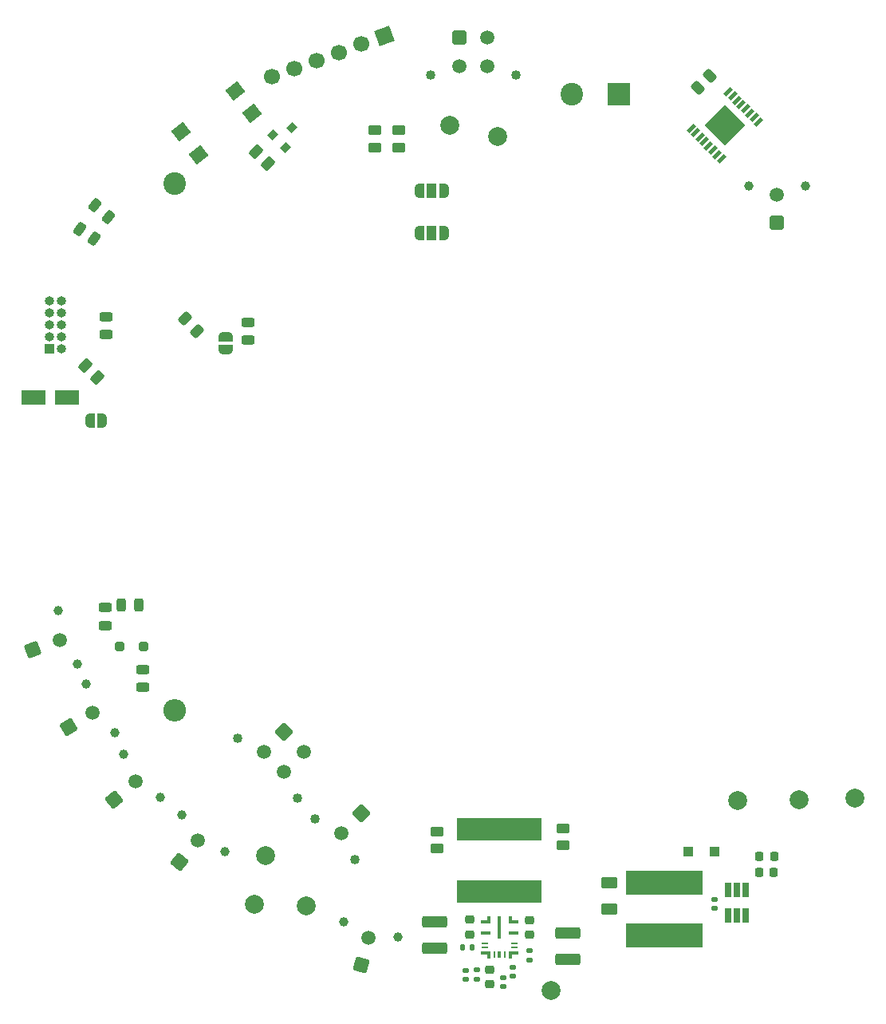
<source format=gbr>
G04 #@! TF.GenerationSoftware,KiCad,Pcbnew,7.0.10*
G04 #@! TF.CreationDate,2024-08-19T09:51:56-07:00*
G04 #@! TF.ProjectId,LCP_PowerControl,4c43505f-506f-4776-9572-436f6e74726f,rev?*
G04 #@! TF.SameCoordinates,Original*
G04 #@! TF.FileFunction,Soldermask,Top*
G04 #@! TF.FilePolarity,Negative*
%FSLAX46Y46*%
G04 Gerber Fmt 4.6, Leading zero omitted, Abs format (unit mm)*
G04 Created by KiCad (PCBNEW 7.0.10) date 2024-08-19 09:51:56*
%MOMM*%
%LPD*%
G01*
G04 APERTURE LIST*
G04 Aperture macros list*
%AMRoundRect*
0 Rectangle with rounded corners*
0 $1 Rounding radius*
0 $2 $3 $4 $5 $6 $7 $8 $9 X,Y pos of 4 corners*
0 Add a 4 corners polygon primitive as box body*
4,1,4,$2,$3,$4,$5,$6,$7,$8,$9,$2,$3,0*
0 Add four circle primitives for the rounded corners*
1,1,$1+$1,$2,$3*
1,1,$1+$1,$4,$5*
1,1,$1+$1,$6,$7*
1,1,$1+$1,$8,$9*
0 Add four rect primitives between the rounded corners*
20,1,$1+$1,$2,$3,$4,$5,0*
20,1,$1+$1,$4,$5,$6,$7,0*
20,1,$1+$1,$6,$7,$8,$9,0*
20,1,$1+$1,$8,$9,$2,$3,0*%
%AMHorizOval*
0 Thick line with rounded ends*
0 $1 width*
0 $2 $3 position (X,Y) of the first rounded end (center of the circle)*
0 $4 $5 position (X,Y) of the second rounded end (center of the circle)*
0 Add line between two ends*
20,1,$1,$2,$3,$4,$5,0*
0 Add two circle primitives to create the rounded ends*
1,1,$1,$2,$3*
1,1,$1,$4,$5*%
%AMRotRect*
0 Rectangle, with rotation*
0 The origin of the aperture is its center*
0 $1 length*
0 $2 width*
0 $3 Rotation angle, in degrees counterclockwise*
0 Add horizontal line*
21,1,$1,$2,0,0,$3*%
%AMFreePoly0*
4,1,19,0.500000,-0.750000,0.000000,-0.750000,0.000000,-0.744911,-0.071157,-0.744911,-0.207708,-0.704816,-0.327430,-0.627875,-0.420627,-0.520320,-0.479746,-0.390866,-0.500000,-0.250000,-0.500000,0.250000,-0.479746,0.390866,-0.420627,0.520320,-0.327430,0.627875,-0.207708,0.704816,-0.071157,0.744911,0.000000,0.744911,0.000000,0.750000,0.500000,0.750000,0.500000,-0.750000,0.500000,-0.750000,
$1*%
%AMFreePoly1*
4,1,19,0.000000,0.744911,0.071157,0.744911,0.207708,0.704816,0.327430,0.627875,0.420627,0.520320,0.479746,0.390866,0.500000,0.250000,0.500000,-0.250000,0.479746,-0.390866,0.420627,-0.520320,0.327430,-0.627875,0.207708,-0.704816,0.071157,-0.744911,0.000000,-0.744911,0.000000,-0.750000,-0.500000,-0.750000,-0.500000,0.750000,0.000000,0.750000,0.000000,0.744911,0.000000,0.744911,
$1*%
%AMFreePoly2*
4,1,17,0.153536,0.803536,0.155000,0.800000,0.155000,-0.200000,0.153536,-0.203536,0.150000,-0.205000,-0.550000,-0.205000,-0.553536,-0.203536,-0.555000,-0.200000,-0.555000,0.200000,-0.553536,0.203536,-0.550000,0.205000,-0.205000,0.205000,-0.205000,0.800000,-0.203536,0.803536,-0.200000,0.805000,0.150000,0.805000,0.153536,0.803536,0.153536,0.803536,$1*%
%AMFreePoly3*
4,1,17,0.203536,0.803536,0.205000,0.800000,0.205000,0.205000,0.550000,0.205000,0.553536,0.203536,0.555000,0.200000,0.555000,-0.200000,0.553536,-0.203536,0.550000,-0.205000,-0.150000,-0.205000,-0.153536,-0.203536,-0.155000,-0.200000,-0.155000,0.800000,-0.153536,0.803536,-0.150000,0.805000,0.200000,0.805000,0.203536,0.803536,0.203536,0.803536,$1*%
%AMFreePoly4*
4,1,17,0.203536,0.803536,0.205000,0.800000,0.205000,-0.200000,0.203536,-0.203536,0.200000,-0.205000,-0.600000,-0.205000,-0.603536,-0.203536,-0.605000,-0.200000,-0.605000,0.200000,-0.603536,0.203536,-0.600000,0.205000,-0.205000,0.205000,-0.205000,0.800000,-0.203536,0.803536,-0.200000,0.805000,0.200000,0.805000,0.203536,0.803536,0.203536,0.803536,$1*%
%AMFreePoly5*
4,1,17,0.203536,0.803536,0.205000,0.800000,0.205000,0.205000,0.600000,0.205000,0.603536,0.203536,0.605000,0.200000,0.605000,-0.200000,0.603536,-0.203536,0.600000,-0.205000,-0.200000,-0.205000,-0.203536,-0.203536,-0.205000,-0.200000,-0.205000,0.800000,-0.203536,0.803536,-0.200000,0.805000,0.200000,0.805000,0.203536,0.803536,0.203536,0.803536,$1*%
%AMFreePoly6*
4,1,19,0.550000,-0.750000,0.000000,-0.750000,0.000000,-0.744911,-0.071157,-0.744911,-0.207708,-0.704816,-0.327430,-0.627875,-0.420627,-0.520320,-0.479746,-0.390866,-0.500000,-0.250000,-0.500000,0.250000,-0.479746,0.390866,-0.420627,0.520320,-0.327430,0.627875,-0.207708,0.704816,-0.071157,0.744911,0.000000,0.744911,0.000000,0.750000,0.550000,0.750000,0.550000,-0.750000,0.550000,-0.750000,
$1*%
%AMFreePoly7*
4,1,19,0.000000,0.744911,0.071157,0.744911,0.207708,0.704816,0.327430,0.627875,0.420627,0.520320,0.479746,0.390866,0.500000,0.250000,0.500000,-0.250000,0.479746,-0.390866,0.420627,-0.520320,0.327430,-0.627875,0.207708,-0.704816,0.071157,-0.744911,0.000000,-0.744911,0.000000,-0.750000,-0.550000,-0.750000,-0.550000,0.750000,0.000000,0.750000,0.000000,0.744911,0.000000,0.744911,
$1*%
G04 Aperture macros list end*
%ADD10RoundRect,0.243750X-0.456250X0.243750X-0.456250X-0.243750X0.456250X-0.243750X0.456250X0.243750X0*%
%ADD11RoundRect,0.243750X0.494975X0.150260X0.150260X0.494975X-0.494975X-0.150260X-0.150260X-0.494975X0*%
%ADD12RoundRect,0.243750X0.456250X-0.243750X0.456250X0.243750X-0.456250X0.243750X-0.456250X-0.243750X0*%
%ADD13RoundRect,0.218750X-0.218750X-0.256250X0.218750X-0.256250X0.218750X0.256250X-0.218750X0.256250X0*%
%ADD14RoundRect,0.218750X-0.256250X0.218750X-0.256250X-0.218750X0.256250X-0.218750X0.256250X0.218750X0*%
%ADD15RoundRect,0.243750X0.461363X0.233929X0.062026X0.513547X-0.461363X-0.233929X-0.062026X-0.513547X0*%
%ADD16C,1.000000*%
%ADD17RoundRect,0.250000X0.683013X-0.183013X0.183013X0.683013X-0.683013X0.183013X-0.183013X-0.683013X0*%
%ADD18C,1.500000*%
%ADD19R,1.000000X1.000000*%
%ADD20O,1.000000X1.000000*%
%ADD21RoundRect,0.250000X0.640856X-0.298836X0.298836X0.640856X-0.640856X0.298836X-0.298836X-0.640856X0*%
%ADD22RoundRect,0.250000X0.704416X0.061628X-0.061628X0.704416X-0.704416X-0.061628X0.061628X-0.704416X0*%
%ADD23RoundRect,0.250000X0.500000X0.500000X-0.500000X0.500000X-0.500000X-0.500000X0.500000X-0.500000X0*%
%ADD24FreePoly0,0.000000*%
%ADD25FreePoly1,0.000000*%
%ADD26FreePoly0,90.000000*%
%ADD27FreePoly1,90.000000*%
%ADD28RoundRect,0.243750X-0.243750X-0.456250X0.243750X-0.456250X0.243750X0.456250X-0.243750X0.456250X0*%
%ADD29RoundRect,0.147500X-0.172500X0.147500X-0.172500X-0.147500X0.172500X-0.147500X0.172500X0.147500X0*%
%ADD30RoundRect,0.147500X0.172500X-0.147500X0.172500X0.147500X-0.172500X0.147500X-0.172500X-0.147500X0*%
%ADD31RotRect,1.600000X1.400000X37.500000*%
%ADD32C,2.000000*%
%ADD33R,8.200000X2.600000*%
%ADD34R,0.650000X1.560000*%
%ADD35RoundRect,0.250000X0.704416X-0.061628X0.061628X0.704416X-0.704416X0.061628X-0.061628X-0.704416X0*%
%ADD36FreePoly2,90.000000*%
%ADD37R,0.250000X0.700000*%
%ADD38R,0.300000X0.700000*%
%ADD39FreePoly3,270.000000*%
%ADD40R,0.700000X0.250000*%
%ADD41R,1.000000X0.400000*%
%ADD42FreePoly4,270.000000*%
%ADD43R,0.400000X2.400000*%
%ADD44FreePoly5,90.000000*%
%ADD45R,9.000000X2.380000*%
%ADD46RoundRect,0.147500X0.147500X0.172500X-0.147500X0.172500X-0.147500X-0.172500X0.147500X-0.172500X0*%
%ADD47RoundRect,0.249999X-0.450001X0.262501X-0.450001X-0.262501X0.450001X-0.262501X0.450001X0.262501X0*%
%ADD48RoundRect,0.218750X0.256250X-0.218750X0.256250X0.218750X-0.256250X0.218750X-0.256250X-0.218750X0*%
%ADD49RoundRect,0.250000X-1.075000X0.375000X-1.075000X-0.375000X1.075000X-0.375000X1.075000X0.375000X0*%
%ADD50RoundRect,0.250000X0.625000X-0.375000X0.625000X0.375000X-0.625000X0.375000X-0.625000X-0.375000X0*%
%ADD51C,1.020000*%
%ADD52RoundRect,0.250001X-0.499999X-0.499999X0.499999X-0.499999X0.499999X0.499999X-0.499999X0.499999X0*%
%ADD53RoundRect,0.243750X-0.150260X0.494975X-0.494975X0.150260X0.150260X-0.494975X0.494975X-0.150260X0*%
%ADD54RotRect,3.000000X3.000000X45.000000*%
%ADD55RotRect,1.050000X0.450000X45.000000*%
%ADD56C,2.010000*%
%ADD57RoundRect,0.243750X0.479995X0.192828X0.106549X0.506187X-0.479995X-0.192828X-0.106549X-0.506187X0*%
%ADD58RoundRect,0.250001X-0.707105X0.000000X0.000000X-0.707105X0.707105X0.000000X0.000000X0.707105X0*%
%ADD59C,2.400000*%
%ADD60O,2.400000X2.400000*%
%ADD61RoundRect,0.249998X0.503816X0.132583X0.132583X0.503816X-0.503816X-0.132583X-0.132583X-0.503816X0*%
%ADD62RotRect,1.700000X1.700000X290.000000*%
%ADD63HorizOval,1.700000X0.000000X0.000000X0.000000X0.000000X0*%
%ADD64RoundRect,0.250000X0.612372X0.353553X-0.353553X0.612372X-0.612372X-0.353553X0.353553X-0.612372X0*%
%ADD65RoundRect,0.140000X-0.170000X0.140000X-0.170000X-0.140000X0.170000X-0.140000X0.170000X0.140000X0*%
%ADD66FreePoly6,0.000000*%
%ADD67R,1.000000X1.500000*%
%ADD68FreePoly7,0.000000*%
%ADD69RotRect,0.900000X0.800000X45.000000*%
%ADD70RoundRect,0.249999X0.450001X-0.262501X0.450001X0.262501X-0.450001X0.262501X-0.450001X-0.262501X0*%
%ADD71RoundRect,0.250000X1.050000X0.550000X-1.050000X0.550000X-1.050000X-0.550000X1.050000X-0.550000X0*%
%ADD72R,2.400000X2.400000*%
%ADD73RoundRect,0.250000X-0.250000X-0.250000X0.250000X-0.250000X0.250000X0.250000X-0.250000X0.250000X0*%
%ADD74RoundRect,0.250000X-0.300000X-0.300000X0.300000X-0.300000X0.300000X0.300000X-0.300000X0.300000X0*%
G04 APERTURE END LIST*
D10*
X81978500Y-78374000D03*
X81978500Y-80249000D03*
D11*
X91630500Y-79883000D03*
X90304674Y-78557174D03*
D12*
X97028000Y-80820500D03*
X97028000Y-78945500D03*
D13*
X151295000Y-135572500D03*
X152870000Y-135572500D03*
D14*
X122682000Y-147612000D03*
X122682000Y-149187000D03*
D15*
X80656910Y-70099956D03*
X79121000Y-69024500D03*
D16*
X82839340Y-122497276D03*
X79839340Y-117301124D03*
D17*
X77927200Y-121869200D03*
D18*
X80525276Y-120369200D03*
D19*
X75960000Y-81770000D03*
D20*
X77230000Y-81770000D03*
X75960000Y-80500000D03*
X77230000Y-80500000D03*
X75960000Y-79230000D03*
X77230000Y-79230000D03*
X75960000Y-77960000D03*
X77230000Y-77960000D03*
X75960000Y-76690000D03*
X77230000Y-76690000D03*
D16*
X78921849Y-115187318D03*
X76869728Y-109549163D03*
D21*
X74193400Y-113715800D03*
D18*
X77012478Y-112689740D03*
D16*
X94568917Y-135079548D03*
X89972650Y-131222822D03*
D22*
X89738200Y-136169400D03*
D18*
X91666563Y-133871267D03*
D16*
X156162000Y-64449500D03*
X150162000Y-64449500D03*
D23*
X153162000Y-68389500D03*
D18*
X153162000Y-65389500D03*
D24*
X80234000Y-89344500D03*
D25*
X81534000Y-89344500D03*
D26*
X94678500Y-81818000D03*
D27*
X94678500Y-80518000D03*
D12*
X81851500Y-111095000D03*
X81851500Y-109220000D03*
D28*
X83517500Y-108966000D03*
X85392500Y-108966000D03*
D12*
X85852000Y-117635500D03*
X85852000Y-115760500D03*
D29*
X120142000Y-147683500D03*
X120142000Y-148653500D03*
D30*
X121285000Y-148630500D03*
X121285000Y-147660500D03*
D31*
X89905986Y-58761111D03*
X95618130Y-54378029D03*
X91732270Y-61141171D03*
X97444414Y-56758089D03*
D32*
X161480500Y-129413000D03*
X149034500Y-129667000D03*
X103187500Y-140843000D03*
D33*
X141218000Y-138424000D03*
X141218000Y-144024000D03*
D13*
X151257000Y-137287000D03*
X152832000Y-137287000D03*
D34*
X147960000Y-141892000D03*
X148910000Y-141892000D03*
X149860000Y-141892000D03*
X149860000Y-139192000D03*
X148910000Y-139192000D03*
X147960000Y-139192000D03*
D16*
X87699778Y-129330950D03*
X83843052Y-124734683D03*
D35*
X82753200Y-129565400D03*
D18*
X85051333Y-127637037D03*
D36*
X122573400Y-145820400D03*
D37*
X123198400Y-146020400D03*
D38*
X123723400Y-146020400D03*
D37*
X124248400Y-146020400D03*
D39*
X124873400Y-145820400D03*
D40*
X125323400Y-145295400D03*
X125323400Y-144795400D03*
D41*
X125173400Y-143720400D03*
D42*
X124873400Y-142570400D03*
D43*
X123723400Y-143170400D03*
D44*
X122573400Y-142570400D03*
D41*
X122273400Y-143720400D03*
D40*
X122123400Y-144795400D03*
X122123400Y-145295400D03*
D29*
X124079000Y-148445500D03*
X124079000Y-149415500D03*
D45*
X123723400Y-139367400D03*
X123723400Y-132717400D03*
D46*
X120794500Y-145288000D03*
X119824500Y-145288000D03*
D47*
X117043200Y-132945500D03*
X117043200Y-134770500D03*
D48*
X120586500Y-143878500D03*
X120586500Y-142303500D03*
D49*
X131000500Y-143707200D03*
X131000500Y-146507200D03*
X116865400Y-142516400D03*
X116865400Y-145316400D03*
D47*
X130492500Y-132628000D03*
X130492500Y-134453000D03*
D48*
X126898400Y-143916400D03*
X126898400Y-142341400D03*
D29*
X126873000Y-145628500D03*
X126873000Y-146598500D03*
X125095000Y-147343000D03*
X125095000Y-148313000D03*
D50*
X135382000Y-141166500D03*
X135382000Y-138366500D03*
D32*
X129222500Y-149796500D03*
D51*
X116430800Y-52708000D03*
X125430800Y-52708000D03*
D52*
X119430800Y-48768000D03*
D18*
X122430800Y-48768000D03*
X119430800Y-51768000D03*
X122430800Y-51768000D03*
D53*
X146052513Y-52778687D03*
X144726687Y-54104513D03*
D54*
X147637500Y-58039000D03*
D55*
X144066611Y-58392553D03*
X144526230Y-58852173D03*
X144985850Y-59311792D03*
X145445469Y-59771412D03*
X145905088Y-60231031D03*
X146364708Y-60690650D03*
X146824327Y-61150270D03*
X147283947Y-61609889D03*
X151208389Y-57685447D03*
X150748770Y-57225827D03*
X150289150Y-56766208D03*
X149829531Y-56306588D03*
X149369912Y-55846969D03*
X148910292Y-55387350D03*
X148450673Y-54927730D03*
X147991053Y-54468111D03*
D56*
X118394800Y-58032800D03*
X123494800Y-59232800D03*
X97663000Y-140652500D03*
X98863000Y-135552500D03*
D32*
X155511500Y-129603500D03*
D57*
X82232500Y-67754500D03*
X80796166Y-66549274D03*
D51*
X104092679Y-131664680D03*
X108335320Y-135907321D03*
D58*
X109000000Y-131000000D03*
D18*
X106878680Y-133121320D03*
D59*
X89217500Y-64198500D03*
D60*
X89217500Y-120078500D03*
D61*
X81005235Y-84815235D03*
X79714765Y-83524765D03*
D62*
X111455200Y-48564800D03*
D63*
X109068381Y-49433531D03*
X106681561Y-50302262D03*
X104294742Y-51170993D03*
X101907923Y-52039725D03*
X99521104Y-52908456D03*
D16*
X112934325Y-144112909D03*
X107138770Y-142559995D03*
D64*
X109016800Y-147142200D03*
D18*
X109793257Y-144244423D03*
D65*
X146558000Y-140134500D03*
X146558000Y-141094500D03*
D66*
X115200000Y-69500000D03*
D67*
X116500000Y-69500000D03*
D68*
X117800000Y-69500000D03*
D66*
X115200000Y-65000000D03*
D67*
X116500000Y-65000000D03*
D68*
X117800000Y-65000000D03*
D69*
X99621142Y-59035355D03*
X100964645Y-60378858D03*
X101707107Y-58292893D03*
D61*
X99145235Y-62145235D03*
X97854765Y-60854765D03*
D47*
X110500000Y-58587500D03*
X110500000Y-60412500D03*
D70*
X113000000Y-60412500D03*
X113000000Y-58587500D03*
D71*
X77820000Y-86950000D03*
X74220000Y-86950000D03*
D72*
X136390000Y-54740000D03*
D59*
X131390000Y-54740000D03*
D51*
X95892679Y-123064680D03*
X102256640Y-129428641D03*
D58*
X100800000Y-122400000D03*
D18*
X102921320Y-124521320D03*
X98678680Y-124521320D03*
X100800000Y-126642641D03*
D73*
X83420000Y-113330000D03*
X85920000Y-113330000D03*
D74*
X143772500Y-135080000D03*
X146572500Y-135080000D03*
M02*

</source>
